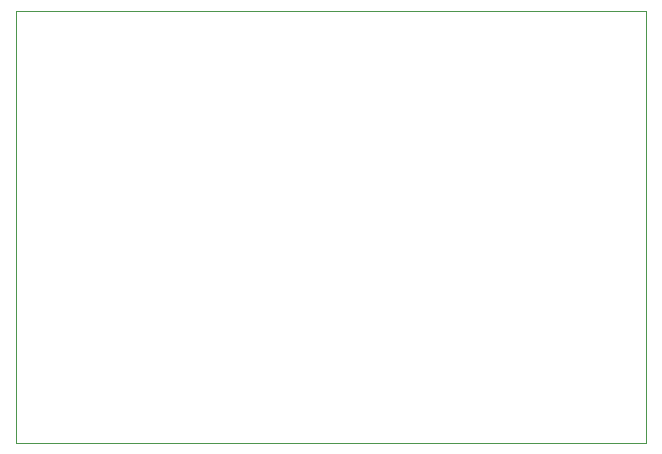
<source format=gbr>
%TF.GenerationSoftware,KiCad,Pcbnew,(5.1.6)-1*%
%TF.CreationDate,2020-05-21T20:48:38+03:00*%
%TF.ProjectId,Sharp G850-Interface,53686172-7020-4473-9835-302d496e7465,rev?*%
%TF.SameCoordinates,Original*%
%TF.FileFunction,Profile,NP*%
%FSLAX46Y46*%
G04 Gerber Fmt 4.6, Leading zero omitted, Abs format (unit mm)*
G04 Created by KiCad (PCBNEW (5.1.6)-1) date 2020-05-21 20:48:38*
%MOMM*%
%LPD*%
G01*
G04 APERTURE LIST*
%TA.AperFunction,Profile*%
%ADD10C,0.050000*%
%TD*%
G04 APERTURE END LIST*
D10*
X166116000Y-122936000D02*
X219456000Y-122936000D01*
X166116000Y-86360000D02*
X166116000Y-122936000D01*
X219456000Y-86360000D02*
X166116000Y-86360000D01*
X219456000Y-122936000D02*
X219456000Y-86360000D01*
M02*

</source>
